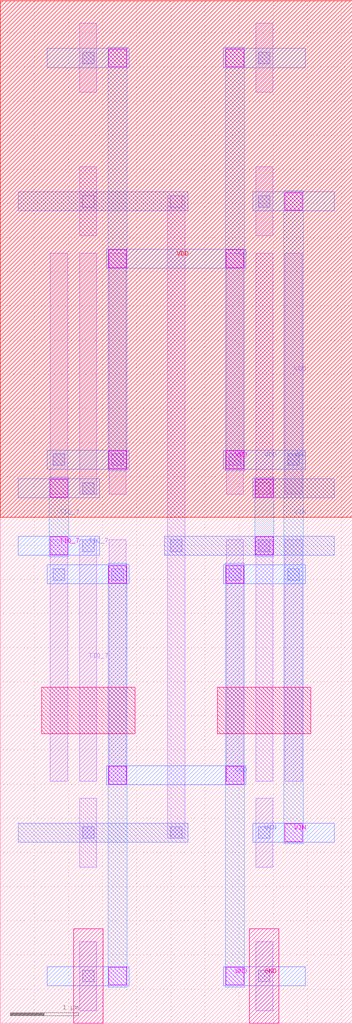
<source format=lef>
VERSION 5.7 ;
  DIVIDERCHAR "/" ;
  BUSBITCHARS "[]" ;
MACRO FLASH_ADC_SYM_7
  CLASS BLOCK ;
  FOREIGN FLASH_ADC_SYM_7 ;
  ORIGIN 0.000 0.000 ;
  SIZE 5.160 BY 14.970 ;
  PIN GND
    ANTENNADIFFAREA 0.826000 ;
    PORT
      LAYER pwell ;
        RECT 1.075 0.000 1.505 1.380 ;
        RECT 3.655 0.000 4.085 1.380 ;
      LAYER li1 ;
        RECT 0.735 3.545 0.985 7.075 ;
        RECT 1.595 3.545 1.845 7.075 ;
        RECT 3.315 3.545 3.565 7.075 ;
        RECT 4.175 3.545 4.425 7.075 ;
        RECT 1.165 0.185 1.415 1.195 ;
        RECT 3.745 0.185 3.995 1.195 ;
      LAYER mcon ;
        RECT 0.775 6.485 0.945 6.655 ;
        RECT 1.635 6.485 1.805 6.655 ;
        RECT 3.355 6.485 3.525 6.655 ;
        RECT 4.215 6.485 4.385 6.655 ;
        RECT 1.205 0.605 1.375 0.775 ;
        RECT 3.785 0.605 3.955 0.775 ;
      LAYER met1 ;
        RECT 0.690 6.430 1.890 6.710 ;
        RECT 3.270 6.430 4.470 6.710 ;
        RECT 1.560 3.490 3.600 3.770 ;
        RECT 0.690 0.550 1.890 0.830 ;
        RECT 3.270 0.550 4.470 0.830 ;
      LAYER via ;
        RECT 1.590 6.440 1.850 6.700 ;
        RECT 3.310 6.440 3.570 6.700 ;
        RECT 1.590 3.500 1.850 3.760 ;
        RECT 3.310 3.500 3.570 3.760 ;
        RECT 1.590 0.560 1.850 0.820 ;
        RECT 3.310 0.560 3.570 0.820 ;
      LAYER met2 ;
        RECT 1.580 0.530 1.860 6.730 ;
        RECT 3.300 0.530 3.580 6.730 ;
    END
  END GND
  PIN VDD
    ANTENNADIFFAREA 0.826000 ;
    PORT
      LAYER nwell ;
        RECT 0.000 7.410 5.160 14.970 ;
      LAYER li1 ;
        RECT 1.165 13.625 1.415 14.635 ;
        RECT 3.745 13.625 3.995 14.635 ;
        RECT 0.735 7.745 0.985 11.275 ;
        RECT 1.595 7.745 1.845 11.275 ;
        RECT 3.315 7.745 3.565 11.275 ;
        RECT 4.175 7.745 4.425 11.275 ;
      LAYER mcon ;
        RECT 1.205 14.045 1.375 14.215 ;
        RECT 3.785 14.045 3.955 14.215 ;
        RECT 0.775 8.165 0.945 8.335 ;
        RECT 1.635 8.165 1.805 8.335 ;
        RECT 3.355 8.165 3.525 8.335 ;
        RECT 4.215 8.165 4.385 8.335 ;
      LAYER met1 ;
        RECT 0.690 13.990 1.890 14.270 ;
        RECT 3.270 13.990 4.470 14.270 ;
        RECT 1.560 11.050 3.600 11.330 ;
        RECT 0.690 8.110 1.890 8.390 ;
        RECT 3.270 8.110 4.470 8.390 ;
      LAYER via ;
        RECT 1.590 14.000 1.850 14.260 ;
        RECT 3.310 14.000 3.570 14.260 ;
        RECT 1.590 11.060 1.850 11.320 ;
        RECT 3.310 11.060 3.570 11.320 ;
        RECT 1.590 8.120 1.850 8.380 ;
        RECT 3.310 8.120 3.570 8.380 ;
      LAYER met2 ;
        RECT 1.580 8.090 1.860 14.290 ;
        RECT 3.300 8.090 3.580 14.290 ;
    END
  END VDD
  PIN VIN
    ANTENNAGATEAREA 0.252000 ;
    PORT
      LAYER li1 ;
        RECT 3.745 11.525 3.995 12.535 ;
        RECT 3.745 2.285 3.995 3.295 ;
      LAYER mcon ;
        RECT 3.785 11.945 3.955 12.115 ;
        RECT 3.785 2.705 3.955 2.875 ;
      LAYER met1 ;
        RECT 3.700 11.890 4.900 12.170 ;
        RECT 3.700 2.650 4.900 2.930 ;
      LAYER via ;
        RECT 4.170 11.900 4.430 12.160 ;
        RECT 4.170 2.660 4.430 2.920 ;
      LAYER met2 ;
        RECT 4.160 2.630 4.440 12.190 ;
    END
  END VIN
  PIN TIQ_7
    ANTENNADIFFAREA 0.235200 ;
    PORT
      LAYER li1 ;
        RECT 1.165 7.745 1.415 11.275 ;
        RECT 1.165 3.545 1.415 7.075 ;
      LAYER mcon ;
        RECT 1.205 7.745 1.375 7.915 ;
        RECT 1.205 6.905 1.375 7.075 ;
      LAYER met1 ;
        RECT 0.260 7.690 1.460 7.970 ;
        RECT 0.260 6.850 1.460 7.130 ;
      LAYER via ;
        RECT 0.730 7.700 0.990 7.960 ;
        RECT 0.730 6.860 0.990 7.120 ;
      LAYER met2 ;
        RECT 0.720 6.830 1.000 7.990 ;
    END
  END TIQ_7
  OBS
      LAYER pwell ;
        RECT 0.605 4.235 1.975 4.915 ;
        RECT 3.185 4.235 4.555 4.915 ;
      LAYER li1 ;
        RECT 1.165 11.525 1.415 12.535 ;
        RECT 1.165 2.285 1.415 3.295 ;
        RECT 2.455 2.705 2.705 12.115 ;
        RECT 3.745 7.745 3.995 11.275 ;
        RECT 3.745 3.545 3.995 7.075 ;
      LAYER mcon ;
        RECT 1.205 11.945 1.375 12.115 ;
        RECT 2.495 11.945 2.665 12.115 ;
        RECT 3.785 7.745 3.955 7.915 ;
        RECT 2.495 6.905 2.665 7.075 ;
        RECT 1.205 2.705 1.375 2.875 ;
        RECT 3.785 6.905 3.955 7.075 ;
        RECT 2.495 2.705 2.665 2.875 ;
      LAYER met1 ;
        RECT 0.260 11.890 2.750 12.170 ;
        RECT 3.700 7.690 4.900 7.970 ;
        RECT 2.410 6.850 4.900 7.130 ;
        RECT 0.260 2.650 2.750 2.930 ;
      LAYER via ;
        RECT 3.740 7.700 4.000 7.960 ;
        RECT 3.740 6.860 4.000 7.120 ;
      LAYER met2 ;
        RECT 3.730 6.830 4.010 7.990 ;
  END
END FLASH_ADC_SYM_7
END LIBRARY


</source>
